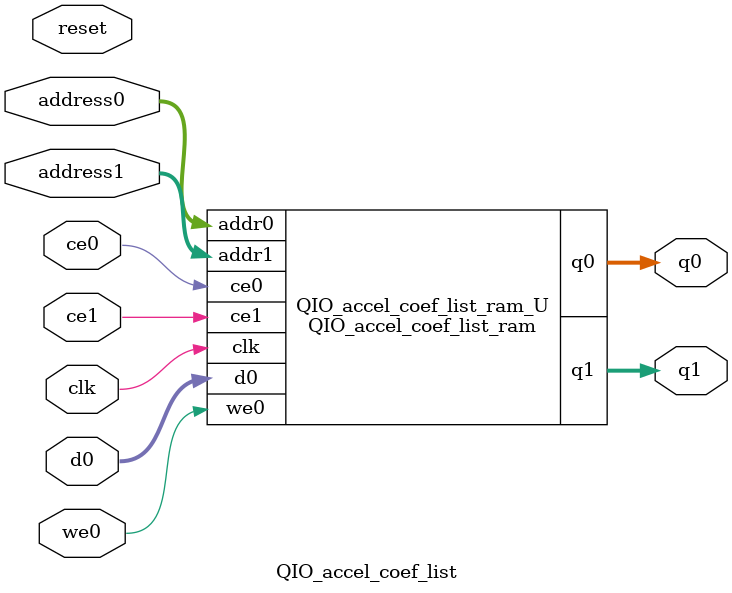
<source format=v>
`timescale 1 ns / 1 ps
module QIO_accel_coef_list_ram (addr0, ce0, d0, we0, q0, addr1, ce1, q1,  clk);

parameter DWIDTH = 32;
parameter AWIDTH = 16;
parameter MEM_SIZE = 65536;

input[AWIDTH-1:0] addr0;
input ce0;
input[DWIDTH-1:0] d0;
input we0;
output reg[DWIDTH-1:0] q0;
input[AWIDTH-1:0] addr1;
input ce1;
output reg[DWIDTH-1:0] q1;
input clk;

(* ram_style = "block" *)reg [DWIDTH-1:0] ram[0:MEM_SIZE-1];




always @(posedge clk)  
begin 
    if (ce0) begin
        if (we0) 
            ram[addr0] <= d0; 
        q0 <= ram[addr0];
    end
end


always @(posedge clk)  
begin 
    if (ce1) begin
        q1 <= ram[addr1];
    end
end


endmodule

`timescale 1 ns / 1 ps
module QIO_accel_coef_list(
    reset,
    clk,
    address0,
    ce0,
    we0,
    d0,
    q0,
    address1,
    ce1,
    q1);

parameter DataWidth = 32'd32;
parameter AddressRange = 32'd65536;
parameter AddressWidth = 32'd16;
input reset;
input clk;
input[AddressWidth - 1:0] address0;
input ce0;
input we0;
input[DataWidth - 1:0] d0;
output[DataWidth - 1:0] q0;
input[AddressWidth - 1:0] address1;
input ce1;
output[DataWidth - 1:0] q1;



QIO_accel_coef_list_ram QIO_accel_coef_list_ram_U(
    .clk( clk ),
    .addr0( address0 ),
    .ce0( ce0 ),
    .we0( we0 ),
    .d0( d0 ),
    .q0( q0 ),
    .addr1( address1 ),
    .ce1( ce1 ),
    .q1( q1 ));

endmodule


</source>
